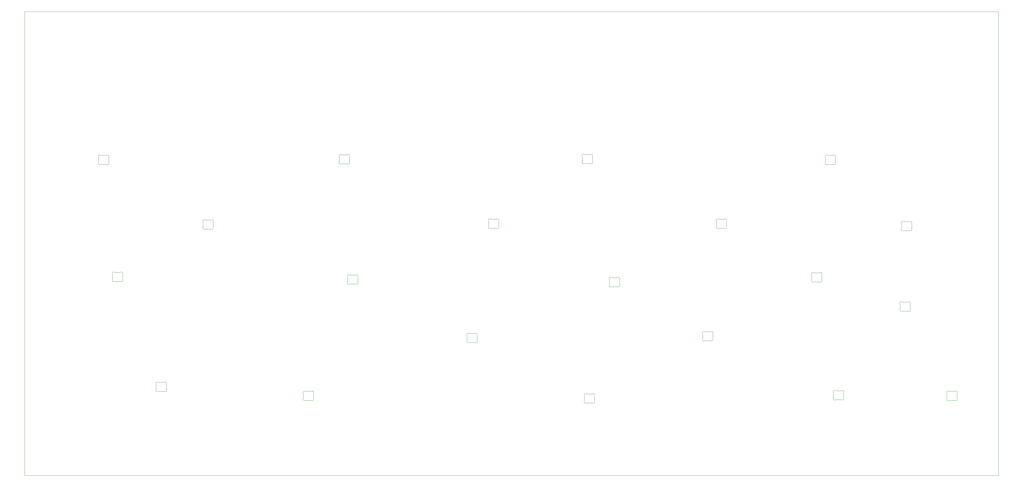
<source format=gbr>
%TF.GenerationSoftware,KiCad,Pcbnew,9.0.2*%
%TF.CreationDate,2025-07-31T22:41:45+05:30*%
%TF.ProjectId,clackintosh,636c6163-6b69-46e7-946f-73682e6b6963,rev?*%
%TF.SameCoordinates,Original*%
%TF.FileFunction,Profile,NP*%
%FSLAX46Y46*%
G04 Gerber Fmt 4.6, Leading zero omitted, Abs format (unit mm)*
G04 Created by KiCad (PCBNEW 9.0.2) date 2025-07-31 22:41:45*
%MOMM*%
%LPD*%
G01*
G04 APERTURE LIST*
%TA.AperFunction,Profile*%
%ADD10C,0.050000*%
%TD*%
%TA.AperFunction,Profile*%
%ADD11C,0.100000*%
%TD*%
G04 APERTURE END LIST*
D10*
X24200000Y-4000000D02*
X350400000Y-4000000D01*
X350400000Y-159400000D01*
X24200000Y-159400000D01*
X24200000Y-4000000D01*
D11*
%TO.C,L16*%
X211700001Y-134352841D02*
X211700001Y-132947157D01*
X212605548Y-132150000D02*
X214194453Y-132150000D01*
X214194452Y-135149999D02*
X212605548Y-135149999D01*
X215099999Y-132947157D02*
X215099999Y-134352841D01*
X211650516Y-132730279D02*
G75*
G02*
X211700001Y-132947157I-450505J-216876D01*
G01*
X211650516Y-132730279D02*
G75*
G02*
X212353289Y-132081700I450515J216878D01*
G01*
X211700001Y-134352842D02*
G75*
G02*
X211650516Y-134569719I-499990J-1D01*
G01*
X212353289Y-135218296D02*
G75*
G02*
X211650516Y-134569719I-252258J431700D01*
G01*
X212353290Y-135218298D02*
G75*
G02*
X212605548Y-135149999I252261J-431710D01*
G01*
X212605547Y-132149999D02*
G75*
G02*
X212353289Y-132081700I3J500009D01*
G01*
X214194452Y-135149999D02*
G75*
G02*
X214446711Y-135218298I-2J-500011D01*
G01*
X214446711Y-132081701D02*
G75*
G02*
X214194453Y-132150000I-252261J431711D01*
G01*
X214446711Y-132081701D02*
G75*
G02*
X215149483Y-132730279I252259J-431699D01*
G01*
X215099999Y-132947156D02*
G75*
G02*
X215149486Y-132730280I499991J-4D01*
G01*
X215149484Y-134569718D02*
G75*
G02*
X214446711Y-135218298I-450514J-216880D01*
G01*
X215149484Y-134569719D02*
G75*
G02*
X215099981Y-134352841I450516J216919D01*
G01*
%TO.C,L14*%
X68287501Y-130455341D02*
X68287501Y-129049657D01*
X69193048Y-128252500D02*
X70781953Y-128252500D01*
X70781952Y-131252499D02*
X69193048Y-131252499D01*
X71687499Y-129049657D02*
X71687499Y-130455341D01*
X68238016Y-128832779D02*
G75*
G02*
X68287501Y-129049657I-450505J-216876D01*
G01*
X68238016Y-128832779D02*
G75*
G02*
X68940789Y-128184200I450515J216878D01*
G01*
X68287501Y-130455342D02*
G75*
G02*
X68238016Y-130672219I-499990J-1D01*
G01*
X68940789Y-131320796D02*
G75*
G02*
X68238016Y-130672219I-252258J431700D01*
G01*
X68940790Y-131320798D02*
G75*
G02*
X69193048Y-131252499I252261J-431710D01*
G01*
X69193047Y-128252499D02*
G75*
G02*
X68940789Y-128184200I3J500009D01*
G01*
X70781952Y-131252499D02*
G75*
G02*
X71034211Y-131320798I-2J-500011D01*
G01*
X71034211Y-128184201D02*
G75*
G02*
X70781953Y-128252500I-252261J431711D01*
G01*
X71034211Y-128184201D02*
G75*
G02*
X71736983Y-128832779I252259J-431699D01*
G01*
X71687499Y-129049656D02*
G75*
G02*
X71736986Y-128832780I499991J-4D01*
G01*
X71736984Y-130672218D02*
G75*
G02*
X71034211Y-131320798I-450514J-216880D01*
G01*
X71736984Y-130672219D02*
G75*
G02*
X71687481Y-130455341I450516J216919D01*
G01*
%TO.C,L18*%
X333100001Y-133452841D02*
X333100001Y-132047157D01*
X334005548Y-131250000D02*
X335594453Y-131250000D01*
X335594452Y-134249999D02*
X334005548Y-134249999D01*
X336499999Y-132047157D02*
X336499999Y-133452841D01*
X333050516Y-131830279D02*
G75*
G02*
X333100001Y-132047157I-450505J-216876D01*
G01*
X333050516Y-131830279D02*
G75*
G02*
X333753289Y-131181700I450515J216878D01*
G01*
X333100001Y-133452842D02*
G75*
G02*
X333050516Y-133669719I-499990J-1D01*
G01*
X333753289Y-134318296D02*
G75*
G02*
X333050516Y-133669719I-252258J431700D01*
G01*
X333753290Y-134318298D02*
G75*
G02*
X334005548Y-134249999I252261J-431710D01*
G01*
X334005547Y-131249999D02*
G75*
G02*
X333753289Y-131181700I3J500009D01*
G01*
X335594452Y-134249999D02*
G75*
G02*
X335846711Y-134318298I-2J-500011D01*
G01*
X335846711Y-131181701D02*
G75*
G02*
X335594453Y-131250000I-252261J431711D01*
G01*
X335846711Y-131181701D02*
G75*
G02*
X336549483Y-131830279I252259J-431699D01*
G01*
X336499999Y-132047156D02*
G75*
G02*
X336549486Y-131830280I499991J-4D01*
G01*
X336549484Y-133669718D02*
G75*
G02*
X335846711Y-134318298I-450514J-216880D01*
G01*
X336549484Y-133669719D02*
G75*
G02*
X336499981Y-133452841I450516J216919D01*
G01*
%TO.C,L5*%
X255900001Y-75752841D02*
X255900001Y-74347157D01*
X256805548Y-73550000D02*
X258394453Y-73550000D01*
X258394452Y-76549999D02*
X256805548Y-76549999D01*
X259299999Y-74347157D02*
X259299999Y-75752841D01*
X255850516Y-74130279D02*
G75*
G02*
X255900001Y-74347157I-450505J-216876D01*
G01*
X255850516Y-74130279D02*
G75*
G02*
X256553289Y-73481700I450515J216878D01*
G01*
X255900001Y-75752842D02*
G75*
G02*
X255850516Y-75969719I-499990J-1D01*
G01*
X256553289Y-76618296D02*
G75*
G02*
X255850516Y-75969719I-252258J431700D01*
G01*
X256553290Y-76618298D02*
G75*
G02*
X256805548Y-76549999I252261J-431710D01*
G01*
X256805547Y-73549999D02*
G75*
G02*
X256553289Y-73481700I3J500009D01*
G01*
X258394452Y-76549999D02*
G75*
G02*
X258646711Y-76618298I-2J-500011D01*
G01*
X258646711Y-73481701D02*
G75*
G02*
X258394453Y-73550000I-252261J431711D01*
G01*
X258646711Y-73481701D02*
G75*
G02*
X259349483Y-74130279I252259J-431699D01*
G01*
X259299999Y-74347156D02*
G75*
G02*
X259349486Y-74130280I499991J-4D01*
G01*
X259349484Y-75969718D02*
G75*
G02*
X258646711Y-76618298I-450514J-216880D01*
G01*
X259349484Y-75969719D02*
G75*
G02*
X259299981Y-75752841I450516J216919D01*
G01*
%TO.C,L6*%
X179600001Y-75752841D02*
X179600001Y-74347157D01*
X180505548Y-73550000D02*
X182094453Y-73550000D01*
X182094452Y-76549999D02*
X180505548Y-76549999D01*
X182999999Y-74347157D02*
X182999999Y-75752841D01*
X179550516Y-74130279D02*
G75*
G02*
X179600001Y-74347157I-450505J-216876D01*
G01*
X179550516Y-74130279D02*
G75*
G02*
X180253289Y-73481700I450515J216878D01*
G01*
X179600001Y-75752842D02*
G75*
G02*
X179550516Y-75969719I-499990J-1D01*
G01*
X180253289Y-76618296D02*
G75*
G02*
X179550516Y-75969719I-252258J431700D01*
G01*
X180253290Y-76618298D02*
G75*
G02*
X180505548Y-76549999I252261J-431710D01*
G01*
X180505547Y-73549999D02*
G75*
G02*
X180253289Y-73481700I3J500009D01*
G01*
X182094452Y-76549999D02*
G75*
G02*
X182346711Y-76618298I-2J-500011D01*
G01*
X182346711Y-73481701D02*
G75*
G02*
X182094453Y-73550000I-252261J431711D01*
G01*
X182346711Y-73481701D02*
G75*
G02*
X183049483Y-74130279I252259J-431699D01*
G01*
X182999999Y-74347156D02*
G75*
G02*
X183049486Y-74130280I499991J-4D01*
G01*
X183049484Y-75969718D02*
G75*
G02*
X182346711Y-76618298I-450514J-216880D01*
G01*
X183049484Y-75969719D02*
G75*
G02*
X182999981Y-75752841I450516J216919D01*
G01*
%TO.C,L3*%
X210987501Y-54055341D02*
X210987501Y-52649657D01*
X211893048Y-51852500D02*
X213481953Y-51852500D01*
X213481952Y-54852499D02*
X211893048Y-54852499D01*
X214387499Y-52649657D02*
X214387499Y-54055341D01*
X210938016Y-52432779D02*
G75*
G02*
X210987501Y-52649657I-450505J-216876D01*
G01*
X210938016Y-52432779D02*
G75*
G02*
X211640789Y-51784200I450515J216878D01*
G01*
X210987501Y-54055342D02*
G75*
G02*
X210938016Y-54272219I-499990J-1D01*
G01*
X211640789Y-54920796D02*
G75*
G02*
X210938016Y-54272219I-252258J431700D01*
G01*
X211640790Y-54920798D02*
G75*
G02*
X211893048Y-54852499I252261J-431710D01*
G01*
X211893047Y-51852499D02*
G75*
G02*
X211640789Y-51784200I3J500009D01*
G01*
X213481952Y-54852499D02*
G75*
G02*
X213734211Y-54920798I-2J-500011D01*
G01*
X213734211Y-51784201D02*
G75*
G02*
X213481953Y-51852500I-252261J431711D01*
G01*
X213734211Y-51784201D02*
G75*
G02*
X214436983Y-52432779I252259J-431699D01*
G01*
X214387499Y-52649656D02*
G75*
G02*
X214436986Y-52432780I499991J-4D01*
G01*
X214436984Y-54272218D02*
G75*
G02*
X213734211Y-54920798I-450514J-216880D01*
G01*
X214436984Y-54272219D02*
G75*
G02*
X214387481Y-54055341I450516J216919D01*
G01*
%TO.C,L4*%
X292387501Y-54355341D02*
X292387501Y-52949657D01*
X293293048Y-52152500D02*
X294881953Y-52152500D01*
X294881952Y-55152499D02*
X293293048Y-55152499D01*
X295787499Y-52949657D02*
X295787499Y-54355341D01*
X292338016Y-52732779D02*
G75*
G02*
X292387501Y-52949657I-450505J-216876D01*
G01*
X292338016Y-52732779D02*
G75*
G02*
X293040789Y-52084200I450515J216878D01*
G01*
X292387501Y-54355342D02*
G75*
G02*
X292338016Y-54572219I-499990J-1D01*
G01*
X293040789Y-55220796D02*
G75*
G02*
X292338016Y-54572219I-252258J431700D01*
G01*
X293040790Y-55220798D02*
G75*
G02*
X293293048Y-55152499I252261J-431710D01*
G01*
X293293047Y-52152499D02*
G75*
G02*
X293040789Y-52084200I3J500009D01*
G01*
X294881952Y-55152499D02*
G75*
G02*
X295134211Y-55220798I-2J-500011D01*
G01*
X295134211Y-52084201D02*
G75*
G02*
X294881953Y-52152500I-252261J431711D01*
G01*
X295134211Y-52084201D02*
G75*
G02*
X295836983Y-52732779I252259J-431699D01*
G01*
X295787499Y-52949656D02*
G75*
G02*
X295836986Y-52732780I499991J-4D01*
G01*
X295836984Y-54572218D02*
G75*
G02*
X295134211Y-55220798I-450514J-216880D01*
G01*
X295836984Y-54572219D02*
G75*
G02*
X295787481Y-54355341I450516J216919D01*
G01*
%TO.C,L20*%
X317400001Y-103552841D02*
X317400001Y-102147157D01*
X318305548Y-101350000D02*
X319894453Y-101350000D01*
X319894452Y-104349999D02*
X318305548Y-104349999D01*
X320799999Y-102147157D02*
X320799999Y-103552841D01*
X317350516Y-101930279D02*
G75*
G02*
X317400001Y-102147157I-450505J-216876D01*
G01*
X317350516Y-101930279D02*
G75*
G02*
X318053289Y-101281700I450515J216878D01*
G01*
X317400001Y-103552842D02*
G75*
G02*
X317350516Y-103769719I-499990J-1D01*
G01*
X318053289Y-104418296D02*
G75*
G02*
X317350516Y-103769719I-252258J431700D01*
G01*
X318053290Y-104418298D02*
G75*
G02*
X318305548Y-104349999I252261J-431710D01*
G01*
X318305547Y-101349999D02*
G75*
G02*
X318053289Y-101281700I3J500009D01*
G01*
X319894452Y-104349999D02*
G75*
G02*
X320146711Y-104418298I-2J-500011D01*
G01*
X320146711Y-101281701D02*
G75*
G02*
X319894453Y-101350000I-252261J431711D01*
G01*
X320146711Y-101281701D02*
G75*
G02*
X320849483Y-101930279I252259J-431699D01*
G01*
X320799999Y-102147156D02*
G75*
G02*
X320849486Y-101930280I499991J-4D01*
G01*
X320849484Y-103769718D02*
G75*
G02*
X320146711Y-104418298I-450514J-216880D01*
G01*
X320849484Y-103769719D02*
G75*
G02*
X320799981Y-103552841I450516J216919D01*
G01*
%TO.C,L2*%
X129600001Y-54152841D02*
X129600001Y-52747157D01*
X130505548Y-51950000D02*
X132094453Y-51950000D01*
X132094452Y-54949999D02*
X130505548Y-54949999D01*
X132999999Y-52747157D02*
X132999999Y-54152841D01*
X129550516Y-52530279D02*
G75*
G02*
X129600001Y-52747157I-450505J-216876D01*
G01*
X129550516Y-52530279D02*
G75*
G02*
X130253289Y-51881700I450515J216878D01*
G01*
X129600001Y-54152842D02*
G75*
G02*
X129550516Y-54369719I-499990J-1D01*
G01*
X130253289Y-55018296D02*
G75*
G02*
X129550516Y-54369719I-252258J431700D01*
G01*
X130253290Y-55018298D02*
G75*
G02*
X130505548Y-54949999I252261J-431710D01*
G01*
X130505547Y-51949999D02*
G75*
G02*
X130253289Y-51881700I3J500009D01*
G01*
X132094452Y-54949999D02*
G75*
G02*
X132346711Y-55018298I-2J-500011D01*
G01*
X132346711Y-51881701D02*
G75*
G02*
X132094453Y-51950000I-252261J431711D01*
G01*
X132346711Y-51881701D02*
G75*
G02*
X133049483Y-52530279I252259J-431699D01*
G01*
X132999999Y-52747156D02*
G75*
G02*
X133049486Y-52530280I499991J-4D01*
G01*
X133049484Y-54369718D02*
G75*
G02*
X132346711Y-55018298I-450514J-216880D01*
G01*
X133049484Y-54369719D02*
G75*
G02*
X132999981Y-54152841I450516J216919D01*
G01*
%TO.C,L1*%
X49000001Y-54352841D02*
X49000001Y-52947157D01*
X49905548Y-52150000D02*
X51494453Y-52150000D01*
X51494452Y-55149999D02*
X49905548Y-55149999D01*
X52399999Y-52947157D02*
X52399999Y-54352841D01*
X48950516Y-52730279D02*
G75*
G02*
X49000001Y-52947157I-450505J-216876D01*
G01*
X48950516Y-52730279D02*
G75*
G02*
X49653289Y-52081700I450515J216878D01*
G01*
X49000001Y-54352842D02*
G75*
G02*
X48950516Y-54569719I-499990J-1D01*
G01*
X49653289Y-55218296D02*
G75*
G02*
X48950516Y-54569719I-252258J431700D01*
G01*
X49653290Y-55218298D02*
G75*
G02*
X49905548Y-55149999I252261J-431710D01*
G01*
X49905547Y-52149999D02*
G75*
G02*
X49653289Y-52081700I3J500009D01*
G01*
X51494452Y-55149999D02*
G75*
G02*
X51746711Y-55218298I-2J-500011D01*
G01*
X51746711Y-52081701D02*
G75*
G02*
X51494453Y-52150000I-252261J431711D01*
G01*
X51746711Y-52081701D02*
G75*
G02*
X52449483Y-52730279I252259J-431699D01*
G01*
X52399999Y-52947156D02*
G75*
G02*
X52449486Y-52730280I499991J-4D01*
G01*
X52449484Y-54569718D02*
G75*
G02*
X51746711Y-55218298I-450514J-216880D01*
G01*
X52449484Y-54569719D02*
G75*
G02*
X52399981Y-54352841I450516J216919D01*
G01*
%TO.C,L7*%
X84000001Y-76052841D02*
X84000001Y-74647157D01*
X84905548Y-73850000D02*
X86494453Y-73850000D01*
X86494452Y-76849999D02*
X84905548Y-76849999D01*
X87399999Y-74647157D02*
X87399999Y-76052841D01*
X83950516Y-74430279D02*
G75*
G02*
X84000001Y-74647157I-450505J-216876D01*
G01*
X83950516Y-74430279D02*
G75*
G02*
X84653289Y-73781700I450515J216878D01*
G01*
X84000001Y-76052842D02*
G75*
G02*
X83950516Y-76269719I-499990J-1D01*
G01*
X84653289Y-76918296D02*
G75*
G02*
X83950516Y-76269719I-252258J431700D01*
G01*
X84653290Y-76918298D02*
G75*
G02*
X84905548Y-76849999I252261J-431710D01*
G01*
X84905547Y-73849999D02*
G75*
G02*
X84653289Y-73781700I3J500009D01*
G01*
X86494452Y-76849999D02*
G75*
G02*
X86746711Y-76918298I-2J-500011D01*
G01*
X86746711Y-73781701D02*
G75*
G02*
X86494453Y-73850000I-252261J431711D01*
G01*
X86746711Y-73781701D02*
G75*
G02*
X87449483Y-74430279I252259J-431699D01*
G01*
X87399999Y-74647156D02*
G75*
G02*
X87449486Y-74430280I499991J-4D01*
G01*
X87449484Y-76269718D02*
G75*
G02*
X86746711Y-76918298I-450514J-216880D01*
G01*
X87449484Y-76269719D02*
G75*
G02*
X87399981Y-76052841I450516J216919D01*
G01*
%TO.C,L13*%
X172387501Y-114055341D02*
X172387501Y-112649657D01*
X173293048Y-111852500D02*
X174881953Y-111852500D01*
X174881952Y-114852499D02*
X173293048Y-114852499D01*
X175787499Y-112649657D02*
X175787499Y-114055341D01*
X172338016Y-112432779D02*
G75*
G02*
X172387501Y-112649657I-450505J-216876D01*
G01*
X172338016Y-112432779D02*
G75*
G02*
X173040789Y-111784200I450515J216878D01*
G01*
X172387501Y-114055342D02*
G75*
G02*
X172338016Y-114272219I-499990J-1D01*
G01*
X173040789Y-114920796D02*
G75*
G02*
X172338016Y-114272219I-252258J431700D01*
G01*
X173040790Y-114920798D02*
G75*
G02*
X173293048Y-114852499I252261J-431710D01*
G01*
X173293047Y-111852499D02*
G75*
G02*
X173040789Y-111784200I3J500009D01*
G01*
X174881952Y-114852499D02*
G75*
G02*
X175134211Y-114920798I-2J-500011D01*
G01*
X175134211Y-111784201D02*
G75*
G02*
X174881953Y-111852500I-252261J431711D01*
G01*
X175134211Y-111784201D02*
G75*
G02*
X175836983Y-112432779I252259J-431699D01*
G01*
X175787499Y-112649656D02*
G75*
G02*
X175836986Y-112432780I499991J-4D01*
G01*
X175836984Y-114272218D02*
G75*
G02*
X175134211Y-114920798I-450514J-216880D01*
G01*
X175836984Y-114272219D02*
G75*
G02*
X175787481Y-114055341I450516J216919D01*
G01*
%TO.C,L12*%
X251287501Y-113455341D02*
X251287501Y-112049657D01*
X252193048Y-111252500D02*
X253781953Y-111252500D01*
X253781952Y-114252499D02*
X252193048Y-114252499D01*
X254687499Y-112049657D02*
X254687499Y-113455341D01*
X251238016Y-111832779D02*
G75*
G02*
X251287501Y-112049657I-450505J-216876D01*
G01*
X251238016Y-111832779D02*
G75*
G02*
X251940789Y-111184200I450515J216878D01*
G01*
X251287501Y-113455342D02*
G75*
G02*
X251238016Y-113672219I-499990J-1D01*
G01*
X251940789Y-114320796D02*
G75*
G02*
X251238016Y-113672219I-252258J431700D01*
G01*
X251940790Y-114320798D02*
G75*
G02*
X252193048Y-114252499I252261J-431710D01*
G01*
X252193047Y-111252499D02*
G75*
G02*
X251940789Y-111184200I3J500009D01*
G01*
X253781952Y-114252499D02*
G75*
G02*
X254034211Y-114320798I-2J-500011D01*
G01*
X254034211Y-111184201D02*
G75*
G02*
X253781953Y-111252500I-252261J431711D01*
G01*
X254034211Y-111184201D02*
G75*
G02*
X254736983Y-111832779I252259J-431699D01*
G01*
X254687499Y-112049656D02*
G75*
G02*
X254736986Y-111832780I499991J-4D01*
G01*
X254736984Y-113672218D02*
G75*
G02*
X254034211Y-114320798I-450514J-216880D01*
G01*
X254736984Y-113672219D02*
G75*
G02*
X254687481Y-113455341I450516J216919D01*
G01*
%TO.C,L11*%
X287787501Y-93755341D02*
X287787501Y-92349657D01*
X288693048Y-91552500D02*
X290281953Y-91552500D01*
X290281952Y-94552499D02*
X288693048Y-94552499D01*
X291187499Y-92349657D02*
X291187499Y-93755341D01*
X287738016Y-92132779D02*
G75*
G02*
X287787501Y-92349657I-450505J-216876D01*
G01*
X287738016Y-92132779D02*
G75*
G02*
X288440789Y-91484200I450515J216878D01*
G01*
X287787501Y-93755342D02*
G75*
G02*
X287738016Y-93972219I-499990J-1D01*
G01*
X288440789Y-94620796D02*
G75*
G02*
X287738016Y-93972219I-252258J431700D01*
G01*
X288440790Y-94620798D02*
G75*
G02*
X288693048Y-94552499I252261J-431710D01*
G01*
X288693047Y-91552499D02*
G75*
G02*
X288440789Y-91484200I3J500009D01*
G01*
X290281952Y-94552499D02*
G75*
G02*
X290534211Y-94620798I-2J-500011D01*
G01*
X290534211Y-91484201D02*
G75*
G02*
X290281953Y-91552500I-252261J431711D01*
G01*
X290534211Y-91484201D02*
G75*
G02*
X291236983Y-92132779I252259J-431699D01*
G01*
X291187499Y-92349656D02*
G75*
G02*
X291236986Y-92132780I499991J-4D01*
G01*
X291236984Y-93972218D02*
G75*
G02*
X290534211Y-94620798I-450514J-216880D01*
G01*
X291236984Y-93972219D02*
G75*
G02*
X291187481Y-93755341I450516J216919D01*
G01*
%TO.C,L10*%
X220087501Y-95355341D02*
X220087501Y-93949657D01*
X220993048Y-93152500D02*
X222581953Y-93152500D01*
X222581952Y-96152499D02*
X220993048Y-96152499D01*
X223487499Y-93949657D02*
X223487499Y-95355341D01*
X220038016Y-93732779D02*
G75*
G02*
X220087501Y-93949657I-450505J-216876D01*
G01*
X220038016Y-93732779D02*
G75*
G02*
X220740789Y-93084200I450515J216878D01*
G01*
X220087501Y-95355342D02*
G75*
G02*
X220038016Y-95572219I-499990J-1D01*
G01*
X220740789Y-96220796D02*
G75*
G02*
X220038016Y-95572219I-252258J431700D01*
G01*
X220740790Y-96220798D02*
G75*
G02*
X220993048Y-96152499I252261J-431710D01*
G01*
X220993047Y-93152499D02*
G75*
G02*
X220740789Y-93084200I3J500009D01*
G01*
X222581952Y-96152499D02*
G75*
G02*
X222834211Y-96220798I-2J-500011D01*
G01*
X222834211Y-93084201D02*
G75*
G02*
X222581953Y-93152500I-252261J431711D01*
G01*
X222834211Y-93084201D02*
G75*
G02*
X223536983Y-93732779I252259J-431699D01*
G01*
X223487499Y-93949656D02*
G75*
G02*
X223536986Y-93732780I499991J-4D01*
G01*
X223536984Y-95572218D02*
G75*
G02*
X222834211Y-96220798I-450514J-216880D01*
G01*
X223536984Y-95572219D02*
G75*
G02*
X223487481Y-95355341I450516J216919D01*
G01*
%TO.C,L15*%
X117587501Y-133455341D02*
X117587501Y-132049657D01*
X118493048Y-131252500D02*
X120081953Y-131252500D01*
X120081952Y-134252499D02*
X118493048Y-134252499D01*
X120987499Y-132049657D02*
X120987499Y-133455341D01*
X117538016Y-131832779D02*
G75*
G02*
X117587501Y-132049657I-450505J-216876D01*
G01*
X117538016Y-131832779D02*
G75*
G02*
X118240789Y-131184200I450515J216878D01*
G01*
X117587501Y-133455342D02*
G75*
G02*
X117538016Y-133672219I-499990J-1D01*
G01*
X118240789Y-134320796D02*
G75*
G02*
X117538016Y-133672219I-252258J431700D01*
G01*
X118240790Y-134320798D02*
G75*
G02*
X118493048Y-134252499I252261J-431710D01*
G01*
X118493047Y-131252499D02*
G75*
G02*
X118240789Y-131184200I3J500009D01*
G01*
X120081952Y-134252499D02*
G75*
G02*
X120334211Y-134320798I-2J-500011D01*
G01*
X120334211Y-131184201D02*
G75*
G02*
X120081953Y-131252500I-252261J431711D01*
G01*
X120334211Y-131184201D02*
G75*
G02*
X121036983Y-131832779I252259J-431699D01*
G01*
X120987499Y-132049656D02*
G75*
G02*
X121036986Y-131832780I499991J-4D01*
G01*
X121036984Y-133672218D02*
G75*
G02*
X120334211Y-134320798I-450514J-216880D01*
G01*
X121036984Y-133672219D02*
G75*
G02*
X120987481Y-133455341I450516J216919D01*
G01*
%TO.C,L17*%
X295087501Y-133255341D02*
X295087501Y-131849657D01*
X295993048Y-131052500D02*
X297581953Y-131052500D01*
X297581952Y-134052499D02*
X295993048Y-134052499D01*
X298487499Y-131849657D02*
X298487499Y-133255341D01*
X295038016Y-131632779D02*
G75*
G02*
X295087501Y-131849657I-450505J-216876D01*
G01*
X295038016Y-131632779D02*
G75*
G02*
X295740789Y-130984200I450515J216878D01*
G01*
X295087501Y-133255342D02*
G75*
G02*
X295038016Y-133472219I-499990J-1D01*
G01*
X295740789Y-134120796D02*
G75*
G02*
X295038016Y-133472219I-252258J431700D01*
G01*
X295740790Y-134120798D02*
G75*
G02*
X295993048Y-134052499I252261J-431710D01*
G01*
X295993047Y-131052499D02*
G75*
G02*
X295740789Y-130984200I3J500009D01*
G01*
X297581952Y-134052499D02*
G75*
G02*
X297834211Y-134120798I-2J-500011D01*
G01*
X297834211Y-130984201D02*
G75*
G02*
X297581953Y-131052500I-252261J431711D01*
G01*
X297834211Y-130984201D02*
G75*
G02*
X298536983Y-131632779I252259J-431699D01*
G01*
X298487499Y-131849656D02*
G75*
G02*
X298536986Y-131632780I499991J-4D01*
G01*
X298536984Y-133472218D02*
G75*
G02*
X297834211Y-134120798I-450514J-216880D01*
G01*
X298536984Y-133472219D02*
G75*
G02*
X298487481Y-133255341I450516J216919D01*
G01*
%TO.C,L9*%
X132400001Y-94452841D02*
X132400001Y-93047157D01*
X133305548Y-92250000D02*
X134894453Y-92250000D01*
X134894452Y-95249999D02*
X133305548Y-95249999D01*
X135799999Y-93047157D02*
X135799999Y-94452841D01*
X132350516Y-92830279D02*
G75*
G02*
X132400001Y-93047157I-450505J-216876D01*
G01*
X132350516Y-92830279D02*
G75*
G02*
X133053289Y-92181700I450515J216878D01*
G01*
X132400001Y-94452842D02*
G75*
G02*
X132350516Y-94669719I-499990J-1D01*
G01*
X133053289Y-95318296D02*
G75*
G02*
X132350516Y-94669719I-252258J431700D01*
G01*
X133053290Y-95318298D02*
G75*
G02*
X133305548Y-95249999I252261J-431710D01*
G01*
X133305547Y-92249999D02*
G75*
G02*
X133053289Y-92181700I3J500009D01*
G01*
X134894452Y-95249999D02*
G75*
G02*
X135146711Y-95318298I-2J-500011D01*
G01*
X135146711Y-92181701D02*
G75*
G02*
X134894453Y-92250000I-252261J431711D01*
G01*
X135146711Y-92181701D02*
G75*
G02*
X135849483Y-92830279I252259J-431699D01*
G01*
X135799999Y-93047156D02*
G75*
G02*
X135849486Y-92830280I499991J-4D01*
G01*
X135849484Y-94669718D02*
G75*
G02*
X135146711Y-95318298I-450514J-216880D01*
G01*
X135849484Y-94669719D02*
G75*
G02*
X135799981Y-94452841I450516J216919D01*
G01*
%TO.C,L8*%
X53687501Y-93555341D02*
X53687501Y-92149657D01*
X54593048Y-91352500D02*
X56181953Y-91352500D01*
X56181952Y-94352499D02*
X54593048Y-94352499D01*
X57087499Y-92149657D02*
X57087499Y-93555341D01*
X53638016Y-91932779D02*
G75*
G02*
X53687501Y-92149657I-450505J-216876D01*
G01*
X53638016Y-91932779D02*
G75*
G02*
X54340789Y-91284200I450515J216878D01*
G01*
X53687501Y-93555342D02*
G75*
G02*
X53638016Y-93772219I-499990J-1D01*
G01*
X54340789Y-94420796D02*
G75*
G02*
X53638016Y-93772219I-252258J431700D01*
G01*
X54340790Y-94420798D02*
G75*
G02*
X54593048Y-94352499I252261J-431710D01*
G01*
X54593047Y-91352499D02*
G75*
G02*
X54340789Y-91284200I3J500009D01*
G01*
X56181952Y-94352499D02*
G75*
G02*
X56434211Y-94420798I-2J-500011D01*
G01*
X56434211Y-91284201D02*
G75*
G02*
X56181953Y-91352500I-252261J431711D01*
G01*
X56434211Y-91284201D02*
G75*
G02*
X57136983Y-91932779I252259J-431699D01*
G01*
X57087499Y-92149656D02*
G75*
G02*
X57136986Y-91932780I499991J-4D01*
G01*
X57136984Y-93772218D02*
G75*
G02*
X56434211Y-94420798I-450514J-216880D01*
G01*
X57136984Y-93772219D02*
G75*
G02*
X57087481Y-93555341I450516J216919D01*
G01*
%TO.C,L19*%
X317887501Y-76555341D02*
X317887501Y-75149657D01*
X318793048Y-74352500D02*
X320381953Y-74352500D01*
X320381952Y-77352499D02*
X318793048Y-77352499D01*
X321287499Y-75149657D02*
X321287499Y-76555341D01*
X317838016Y-74932779D02*
G75*
G02*
X317887501Y-75149657I-450505J-216876D01*
G01*
X317838016Y-74932779D02*
G75*
G02*
X318540789Y-74284200I450515J216878D01*
G01*
X317887501Y-76555342D02*
G75*
G02*
X317838016Y-76772219I-499990J-1D01*
G01*
X318540789Y-77420796D02*
G75*
G02*
X317838016Y-76772219I-252258J431700D01*
G01*
X318540790Y-77420798D02*
G75*
G02*
X318793048Y-77352499I252261J-431710D01*
G01*
X318793047Y-74352499D02*
G75*
G02*
X318540789Y-74284200I3J500009D01*
G01*
X320381952Y-77352499D02*
G75*
G02*
X320634211Y-77420798I-2J-500011D01*
G01*
X320634211Y-74284201D02*
G75*
G02*
X320381953Y-74352500I-252261J431711D01*
G01*
X320634211Y-74284201D02*
G75*
G02*
X321336983Y-74932779I252259J-431699D01*
G01*
X321287499Y-75149656D02*
G75*
G02*
X321336986Y-74932780I499991J-4D01*
G01*
X321336984Y-76772218D02*
G75*
G02*
X320634211Y-77420798I-450514J-216880D01*
G01*
X321336984Y-76772219D02*
G75*
G02*
X321287481Y-76555341I450516J216919D01*
G01*
%TD*%
M02*

</source>
